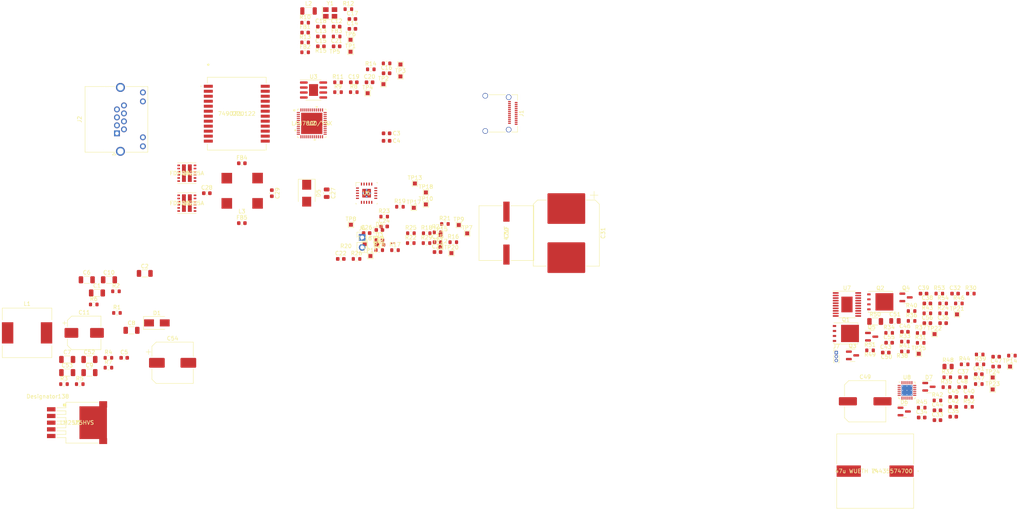
<source format=kicad_pcb>
(kicad_pcb (version 20211014) (generator pcbnew)
  (layers (0 "F.Cu" power) (1 "In1.Cu" signal) (2 "In2.Cu" signal) (31 "B.Cu" power) (34 "B.Paste" user) (35 "F.Paste" user) (36 "B.SilkS" user "B.Silkscreen") (37 "F.SilkS" user "F.Silkscreen") (38 "B.Mask" user) (39 "F.Mask" user) (44 "Edge.Cuts" user))
  (net 0 "")
  (net 1 "Earth_Protective")
  (net 2 "GNDPWR")
  (net 3 "Net-(C3-Pad1)")
  (net 4 "/USB_RX1-")
  (net 5 "Net-(C4-Pad1)")
  (net 6 "/USB_RX1+")
  (net 7 "/PoE_48V")
  (net 8 "/MCT0")
  (net 9 "/MCT1")
  (net 10 "/MCT2")
  (net 11 "/MCT3")
  (net 12 "/3V3")
  (net 13 "/LAN7800 Sub-system/1V2")
  (net 14 "Net-(C17-Pad1)")
  (net 15 "Net-(C18-Pad1)")
  (net 16 "Net-(C19-Pad1)")
  (net 17 "/LAN7800 Sub-system/2V5")
  (net 18 "/TCTA")
  (net 19 "Net-(C22-Pad2)")
  (net 20 "Net-(C23-Pad1)")
  (net 21 "/TCTB")
  (net 22 "Net-(C24-Pad2)")
  (net 23 "/TCTC")
  (net 24 "Net-(C25-Pad2)")
  (net 25 "/TCTD")
  (net 26 "Net-(C26-Pad2)")
  (net 27 "/TPS2372 Sub System/PoE_IN_N")
  (net 28 "Net-(C28-Pad1)")
  (net 29 "Net-(C28-Pad2)")
  (net 30 "Net-(C36-Pad2)")
  (net 31 "Net-(C37-Pad2)")
  (net 32 "Net-(C39-Pad2)")
  (net 33 "Net-(C40-Pad1)")
  (net 34 "/LM5116 DCDC & USB PD/FEEDBACK")
  (net 35 "Net-(C42-Pad2)")
  (net 36 "Net-(C43-Pad2)")
  (net 37 "Net-(C44-Pad2)")
  (net 38 "VDC")
  (net 39 "/LM5116 DCDC & USB PD/SW")
  (net 40 "Net-(C46-Pad2)")
  (net 41 "Net-(C47-Pad2)")
  (net 42 "Net-(C48-Pad2)")
  (net 43 "/USB_VBUS")
  (net 44 "Net-(D1-Pad1)")
  (net 45 "Net-(D2-Pad1)")
  (net 46 "Net-(D2-Pad2)")
  (net 47 "Net-(D3-Pad1)")
  (net 48 "Net-(D3-Pad2)")
  (net 49 "Net-(D4-Pad1)")
  (net 50 "Net-(D4-Pad2)")
  (net 51 "Net-(FB1-Pad1)")
  (net 52 "Net-(FB2-Pad1)")
  (net 53 "Net-(FB3-Pad1)")
  (net 54 "/USB_TX1+")
  (net 55 "/USB_TX1-")
  (net 56 "/USB_CC1")
  (net 57 "Net-(J1-PadA6)")
  (net 58 "Net-(J1-PadA7)")
  (net 59 "/USB_SBU1")
  (net 64 "/USB_CC2")
  (net 67 "/USB_SBU2")
  (net 68 "/RJ45_DA+")
  (net 69 "/RJ45_DA-")
  (net 70 "/RJ45_DB+")
  (net 71 "/RJ45_DC+")
  (net 72 "/RJ45_DC-")
  (net 73 "/RJ45_DB-")
  (net 74 "/RJ45_DD+")
  (net 75 "/RJ45_DD-")
  (net 76 "Net-(J6-Pad1)")
  (net 77 "/LM5116 DCDC & USB PD/SCL")
  (net 78 "/LM5116 DCDC & USB PD/SDA")
  (net 79 "Net-(L2-Pad2)")
  (net 80 "Net-(Q1-Pad4)")
  (net 81 "/LM5116 DCDC & USB PD/CS")
  (net 82 "Net-(Q2-Pad4)")
  (net 83 "Net-(Q3-Pad1)")
  (net 84 "Net-(Q3-Pad2)")
  (net 85 "Net-(Q4-Pad1)")
  (net 86 "Net-(Q4-Pad2)")
  (net 87 "Net-(J2-Pad10)")
  (net 88 "Net-(J2-Pad12)")
  (net 89 "/USB_D-")
  (net 90 "/USB_D+")
  (net 91 "Net-(R6-Pad2)")
  (net 92 "Net-(R8-Pad2)")
  (net 93 "Net-(R9-Pad2)")
  (net 94 "/LAN7800 Sub-system/EECS")
  (net 95 "Net-(R11-Pad1)")
  (net 96 "Net-(R12-Pad1)")
  (net 97 "Net-(R13-Pad1)")
  (net 98 "Net-(R14-Pad1)")
  (net 99 "Net-(R15-Pad1)")
  (net 100 "Net-(R20-Pad1)")
  (net 101 "Net-(R21-Pad1)")
  (net 102 "Net-(R22-Pad1)")
  (net 103 "Net-(R23-Pad1)")
  (net 104 "Net-(R24-Pad1)")
  (net 105 "Net-(R25-Pad2)")
  (net 106 "Net-(R29-Pad2)")
  (net 107 "Net-(R31-Pad1)")
  (net 108 "Net-(R32-Pad1)")
  (net 109 "Net-(R33-Pad1)")
  (net 110 "Net-(R34-Pad1)")
  (net 111 "Net-(R35-Pad1)")
  (net 112 "Net-(R36-Pad1)")
  (net 113 "Net-(R37-Pad1)")
  (net 114 "Net-(R41-Pad1)")
  (net 115 "Net-(R44-Pad2)")
  (net 116 "Net-(R45-Pad2)")
  (net 117 "Net-(R47-Pad2)")
  (net 118 "Net-(R48-Pad1)")
  (net 119 "Net-(R54-Pad1)")
  (net 120 "Net-(TP6-Pad1)")
  (net 121 "/LM5116 DCDC & USB PD/ABSIDE")
  (net 122 "/MX3-")
  (net 123 "/MX3+")
  (net 124 "/MX2-")
  (net 125 "/MX2+")
  (net 126 "/MX1-")
  (net 127 "/MX1+")
  (net 128 "/MX0-")
  (net 129 "/MX0+")
  (net 130 "/LAN7800 Sub-system/EEDI")
  (net 131 "/LAN7800 Sub-system/EEDO")
  (net 132 "/LAN7800 Sub-system/EECLK")
  (net 133 "/RJ45_LED2")
  (net 134 "/RJ45_LED1")
  (footprint "Diode_SMD:D_0603_1608Metric" (layer "F.Cu") (at 127.71 88.15)
    (fp_text reference "D3")
    (fp_text value "Yellow")
  )
  (footprint "PoE_Devices:LAN7800&slash_Y9X" (layer "F.Cu") (at 110.51 58.42)
    (fp_text reference "U2")
    (fp_text value "LAN7800/Y9X")
  )
  (footprint "Capacitor_SMD:C_0603_1608Metric" (layer "F.Cu") (at 273.665 130.59)
    (fp_text reference "C42")
    (fp_text value "1n")
  )
  (footprint "Capacitor_SMD:C_0603_1608Metric" (layer "F.Cu") (at 271.095 109.29)
    (fp_text reference "C36")
    (fp_text value "1u")
  )
  (footprint "Package_SO:HTSSOP-20-1EP_4.4x6.5mm_P0.65mm_EP2.85x4mm" (layer "F.Cu") (at 246.635 104.53)
    (fp_text reference "U7")
    (fp_text value "LM5116")
  )
  (footprint "Capacitor_SMD:C_0603_1608Metric" (layer "F.Cu") (at 277.675 128.08)
    (fp_text reference "C40")
    (fp_text value "100p")
  )
  (footprint "Capacitor_SMD:C_0805_2012Metric" (layer "F.Cu") (at 114.3 76.2 -90)
    (fp_text reference "C27")
    (fp_text value "0.1uF")
  )
  (footprint "Resistor_SMD:R_0603_1608Metric" (layer "F.Cu") (at 125.53 44.66)
    (fp_text reference "R14")
    (fp_text value "10k")
  )
  (footprint "Inductor_SMD:L_1206_3216Metric" (layer "F.Cu") (at 109.69 29.81)
    (fp_text reference "L2")
    (fp_text value "3.3uH")
  )
  (footprint "PoE_Devices:7490220122" (layer "F.Cu") (at 84.200001 48.972)
    (fp_text reference "TR1")
    (fp_text value "7490220122")
  )
  (footprint "Resistor_SMD:R_0603_1608Metric" (layer "F.Cu") (at 121.9 92.93)
    (fp_text reference "R26")
    (fp_text value "21k")
  )
  (footprint "Capacitor_SMD:C_0603_1608Metric" (layer "F.Cu") (at 112.83 38.81)
    (fp_text reference "C15")
    (fp_text value "22uF")
  )
  (footprint "Resistor_SMD:R_0603_1608Metric" (layer "F.Cu") (at 116.84 36.3)
    (fp_text reference "FB3")
    (fp_text value "120R")
  )
  (footprint "Package_TO_SOT_SMD:SOT-23" (layer "F.Cu") (at 267.485 125.48)
    (fp_text reference "D7")
    (fp_text value "CMPD2003")
  )
  (footprint "Resistor_SMD:R_0603_1608Metric" (layer "F.Cu") (at 265.385 111.8)
    (fp_text reference "R37")
    (fp_text value "3k")
  )
  (footprint "Resistor_SMD:R_0201_0603Metric" (layer "F.Cu") (at 131.2 88.92)
    (fp_text reference "R20")
    (fp_text value "63.4")
  )
  (footprint "Capacitor_SMD:C_1206_3216Metric" (layer "F.Cu") (at 64.66 111.11)
    (fp_text reference "C8")
    (fp_text value "100nF")
  )
  (footprint "Resistor_SMD:R_0603_1608Metric" (layer "F.Cu") (at 271.095 104.27)
    (fp_text reference "R54")
    (fp_text value "10k")
  )
  (footprint "Resistor_SMD:R_0603_1608Metric" (layer "F.Cu") (at 117.19 50.47)
    (fp_text reference "R9")
    (fp_text value "10k")
  )
  (footprint "Diode_SMD:D_0603_1608Metric" (layer "F.Cu") (at 127.97 89.34)
    (fp_text reference "D2")
    (fp_text value "Yellow")
  )
  (footprint "TestPoint:TestPoint_Pad_1.0x1.0mm" (layer "F.Cu") (at 120.37 40.19)
    (fp_text reference "TP1")
    (fp_text value "TestPoint")
  )
  (footprint "Capacitor_SMD:C_0603_1608Metric" (layer "F.Cu") (at 128.93 84.67)
    (fp_text reference "C24")
    (fp_text value "10nF")
  )
  (footprint "Resistor_SMD:R_0603_1608Metric" (layer "F.Cu") (at 135.73 86.39)
    (fp_text reference "R25")
    (fp_text value "24.9k")
  )
  (footprint "Capacitor_SMD:C_1206_3216Metric" (layer "F.Cu") (at 58.93 98.25)
    (fp_text reference "C10")
    (fp_text value "100nF")
  )
  (footprint "Capacitor_SMD:C_0603_1608Metric" (layer "F.Cu") (at 116.84 33.79)
    (fp_text reference "C12")
    (fp_text value "0.1uF")
  )
  (footprint "TestPoint:TestPoint_Pad_1.0x1.0mm" (layer "F.Cu") (at 124.73 50.74)
    (fp_text reference "TP4")
    (fp_text value "TestPoint")
  )
  (footprint "Resistor_SMD:R_0603_1608Metric" (layer "F.Cu") (at 144.38 84.03)
    (fp_text reference "R21")
    (fp_text value "90.9")
  )
  (footprint "Resistor_SMD:R_0603_1608Metric" (layer "F.Cu") (at 135.69 88.9)
    (fp_text reference "R22")
    (fp_text value "49.9k")
  )
  (footprint "Capacitor_SMD:C_0603_1608Metric" (layer "F.Cu") (at 269.655 131.47)
    (fp_text reference "C44")
    (fp_text value "1u")
  )
  (footprint "TestPoint:TestPoint_Pad_1.0x1.0mm" (layer "F.Cu") (at 268.915 112.07)
    (fp_text reference "TP22")
    (fp_text value "TestPoint")
  )
  (footprint "Capacitor_SMD:C_0603_1608Metric" (layer "F.Cu") (at 120.85 31.85)
    (fp_text reference "C17")
    (fp_text value "1uF")
  )
  (footprint "Resistor_SMD:R_0603_1608Metric" (layer "F.Cu") (at 280.175 124.79)
    (fp_text reference "R47")
    (fp_text value "10k")
  )
  (footprint "Resistor_SMD:R_0603_1608Metric" (layer "F.Cu") (at 117.19 47.96)
    (fp_text reference "R11")
    (fp_text value "10k")
  )
  (footprint "Resistor_SMD:R_0603_1608Metric" (layer "F.Cu") (at 276.565 119.77)
    (fp_text reference "R44")
    (fp_text value "100k")
  )
  (footprint "Resistor_SMD:R_0603_1608Metric" (layer "F.Cu") (at 261.375 113.99)
    (fp_text reference "R33")
    (fp_text value "2k")
  )
  (footprint "Resistor_SMD:R_0603_1608Metric" (layer "F.Cu") (at 139.74 86.39)
    (fp_text reference "R18")
    (fp_text value "75.0")
  )
  (footprint "Resistor_SMD:R_0603_1608Metric" (layer "F.Cu") (at 119.82 29.34)
    (fp_text reference "R12")
    (fp_text value "12k")
  )
  (footprint "Resistor_SMD:R_0805_2012Metric" (layer "F.Cu") (at 272.355 120.33)
    (fp_text reference "R48")
    (fp_text value "2.2R")
  )
  (footprint "Capacitor_SMD:C_0603_1608Metric" (layer "F.Cu") (at 261.375 111.48)
    (fp_text reference "C46")
    (fp_text value "100n")
  )
  (footprint "Inductor_SMD:L_12x12mm_H8mm" (layer "F.Cu") (at 38.1 111.76)
    (fp_text reference "L1")
    (fp_text value "330uH")
  )
  (footprint "Crystal:Crystal_SMD_3225-4Pin_3.2x2.5mm" (layer "F.Cu") (at 115.19 30.31)
    (fp_text reference "Y1")
    (fp_text value "25MHz")
  )
  (footprint "Package_TO_SOT_SMD:SOT-23" (layer "F.Cu") (at 248.055 117.49)
    (fp_text reference "Q3")
    (fp_text value "AO3409")
  )
  (footprint "Capacitor_SMD:C_0603_1608Metric" (layer "F.Cu") (at 129.54 60.96 180)
    (fp_text reference "C3")
    (fp_text value "0.1uF")
  )
  (footprint "Capacitor_SMD:C_0603_1608Metric" (layer "F.Cu") (at 284.585 117.83)
    (fp_text reference "C50")
    (fp_text value "100n")
  )
  (footprint "Resistor_SMD:R_0603_1608Metric" (layer "F.Cu") (at 51.5 124.81)
    (fp_text reference "R5")
    (fp_text value "0Ω")
  )
  (footprint "Resistor_SMD:R_0603_1608Metric" (layer "F.Cu") (at 278.145 101.76)
    (fp_text reference "R30")
    (fp_text value "178k")
  )
  (footprint "Resistor_SMD:R_0603_1608Metric" (layer "F.Cu") (at 121.2 50.47)
    (fp_text reference "R8")
    (fp_text value "10k")
  )
  (footprint "Resistor_SMD:R_0603_1608Metric" (layer "F.Cu") (at 47.49 124.81)
    (fp_text reference "R3")
    (fp_text value "330R")
  )
  (footprint "Capacitor_SMD:C_0603_1608Metric" (layer "F.Cu") (at 117.89 92.93)
    (fp_text reference "C22")
    (fp_text value "10nF")
  )
  (footprint "Resistor_SMD:R_0603_1608Metric" (layer "F.Cu") (at 127.67 90.7)
    (fp_text reference "R28")
    (fp_text value "21k")
  )
  (footprint "Capacitor_SMD:C_0603_1608Metric" (layer "F.Cu") (at 62.8 118.11)
    (fp_text reference "C5")
    (fp_text value "0.1nF")
  )
  (footprint "Capacitor_SMD:C_0603_1608Metric" (layer "F.Cu") (at 129.54 62.865 180)
    (fp_text reference "C4")
    (fp_text value "0.1uF")
  )
  (footprint "Connector_PinHeader_2.54mm:PinHeader_1x02_P2.54mm_Vertical" (layer "F.Cu") (at 123.34 87.46)
    (fp_text reference "J6")
    (fp_text value "Conn_01x02")
  )
  (footprint "Resistor_SMD:R_0603_1608Metric" (layer "F.Cu") (at 58.79 118.11)
    (fp_text reference "R4")
    (fp_text value "0Ω")
  )
  (footprint "Capacitor_SMD:C_0603_1608Metric" (layer "F.Cu") (at 116.84 38.81)
    (fp_text reference "C21")
    (fp_text value "1uF")
  )
  (footprint "Resistor_SMD:R_0603_1608Metric" (layer "F.Cu") (at 146.51 88.67)
    (fp_text reference "R16")
    (fp_text value "75.0")
  )
  (footprint "Capacitor_SMD:C_0603_1608Metric" (layer "F.Cu") (at 124.46 86.36)
    (fp_text reference "C26")
    (fp_text value "10nF")
  )
  (footprint "Resistor_SMD:R_0603_1608Metric" (layer "F.Cu") (at 261.375 116.5)
    (fp_text reference "R41")
    (fp_text value "1Meg")
  )
  (footprint "Package_TO_SOT_SMD:SOT-23" (layer "F.Cu") (at 252.915 112.73)
    (fp_text reference "Q5")
    (fp_text value "AO3401A")
  )
  (footprint "Diode_SMD:D_SMB" (layer "F.Cu") (at 109.22 76.2 -90)
    (fp_text reference "D5")
    (fp_text value "58V")
  )
  (footprint "Resistor_SMD:R_0603_1608Metric" (layer "F.Cu") (at 270.125 101.76)
    (fp_text reference "R53")
    (fp_text value "10k")
  )
  (footprint "Capacitor_SMD:C_0805_2012Metric" (layer "F.Cu") (at 258.845 108.72)
    (fp_text reference "C51")
    (fp_text value "10u")
  )
  (footprint "Capacitor_SMD:C_0603_1608Metric" (layer "F.Cu") (at 284.585 120.34)
    (fp_text reference "C47")
    (fp_text value "1u")
  )
  (footprint "Connector_RJ:RJ45_Amphenol_RJHSE538X" (layer "F.Cu") (at 60.96 60.96 90)
    (fp_text reference "J2")
    (fp_text value "RJ45_LED_Shielded")
  )
  (footprint "Capacitor_SMD:C_0603_1608Metric" (layer "F.Cu") (at 257.365 114.27)
    (fp_text reference "C55")
    (fp_text value "100p")
  )
  (footprint "Connector_USB:USB_C_Receptacle_Amphenol_12401610E4-2A_CircularHoles" (layer "F.Cu") (at 157.48 55.88 -90)
    (fp_text reference "J1")
    (fp_text value "USB_C_Receptacle")
  )
  (footprint "Capacitor_SMD:C_1206_3216Metric" (layer "F.Cu") (at 55.88 101.6)
    (fp_text reference "C1")
    (fp_text value "1nF")
  )
  (footprint "TestPoint:TestPoint_Pad_1.0x1.0mm" (layer "F.Cu") (at 120.37 37.14)
    (fp_text reference "TP6")
    (fp_text value "TestPoint_Small")
  )
  (footprint "Capacitor_SMD:C_0603_1608Metric" (layer "F.Cu") (at 121.2 47.96)
    (fp_text reference "C19")
    (fp_text value "16pF")
  )
  (footprint "TestPoint:TestPoint_Pad_1.0x1.0mm" (layer "F.Cu") (at 133.07 43.42)
    (fp_text reference "TP5")
    (fp_text value "TestPoint")
  )
  (footprint "Resistor_SMD:R_0603_1608Metric" (layer "F.Cu") (at 108.82 40.32)
    (fp_text reference "FB2")
    (fp_text value "120R")
  )
  (footprint "Diode_SMD:D_SMA" (layer "F.Cu") (at 71.12 109.22)
    (fp_text reference "D1")
    (fp_text value "60V 1A")
  )
  (footprint "TestPoint:TestPoint_Pad_1.0x1.0mm" (layer "F.Cu") (at 288.115 120.33)
    (fp_text reference "TP14")
    (fp_text value "TestPoint")
  )
  (footprint "Capacitor_SMD:C_0603_1608Metric" (layer "F.Cu") (at 83.82 76.2)
    (fp_text reference "C28")
    (fp_text value "1nF")
  )
  (footprint "Capacitor_SMD:CP_Elec_16x17.5" (layer "F.Cu") (at 175.26 86.36 -90)
    (fp_text reference "C31")
    (fp_text value "100uF")
  )
  (footprint "Resistor_SMD:R_0603_1608Metric" (layer "F.Cu") (at 271.935 125.57)
    (fp_text reference "R35")
    (fp_text value "2k")
  )
  (footprint "Capacitor_SMD:C_0603_1608Metric" (layer "F.Cu") (at 267.085 104.27)
    (fp_text reference "C38")
    (fp_text value "100n")
  )
  (footprint "Resistor_SMD:R_0603_1608Metric" (layer "F.Cu") (at 271.095 106.78)
    (fp_text reference "R24")
    (fp_text value "10k")
  )
  (footprint "Connector_PinHeader_1.00mm:PinHeader_1x03_P1.00mm_Vertical" (layer "F.Cu") (at 243.935 116.79)
    (fp_text reference "J7")
    (fp_text value "Conn_01x03_Male")
  )
  (footprint "Package_TO_SOT_SMD:TDSON-8-1" (layer "F.Cu") (at 255.115 103.86)
    (fp_text reference "Q2")
    (fp_text value "BSC118N10NSG")
  )
  (footprint "Resistor_SMD:R_0603_1608Metric" (layer "F.Cu") (at 263.075 106.21)
    (fp_text reference "R40")
    (fp_text value "3.16k")
  )
  (footprint "TestPoint:TestPoint_Pad_1.0x1.0mm" (layer "F.Cu") (at 143.23 89.86)
    (fp_text reference "TP12")
    (fp_text value "PAIR45")
  )
  (footprint "PoE_Devices:EEV-TG2A470Q" (layer "F.Cu") (at 160.02 86.36 -90)
    (fp_text reference "C30")
    (fp_text value "47uF")
  )
  (footprint "Package_TO_SOT_SMD:SOT-23" (layer "F.Cu") (at 261.665 102.73)
    (fp_text reference "Q4")
    (fp_text value "AO3401A")
  )
  (footprint "Inductor_SMD:L_0603_1608Metric" (layer "F.Cu") (at 108.82 35.3)
    (fp_text reference "FB1")
    (fp_text value "120R")
  )
  (footprint "TestPoint:TestPoint_Pad_1.0x1.0mm" (layer "F.Cu") (at 123.98 89.14)
    (fp_text reference "TP16")
    (fp_text value "TestPoint")
  )
  (footprint "Capacitor_SMD:C_0603_1608Metric" (layer "F.Cu") (at 280.175 122.28)
    (fp_text reference "C41")
    (fp_text value "1u")
  )
  (footprint "Capacitor_SMD:CP_Elec_8x10" (layer "F.Cu") (at 52.63 111.76)
    (fp_text reference "C11")
    (fp_text value "330uF")
  )
  (footprint "Capacitor_SMD:C_0603_1608Metric" (layer "F.Cu") (at 273.665 128.08)
    (fp_text reference "C45")
    (fp_text value "1u")
  )
  (footprint "Resistor_SMD:R_0603_1608Metric" (layer "F.Cu") (at 60.71 101.18)
    (fp_text reference "R2")
    (fp_text value "330")
  )
  (footprint "Capacitor_SMD:C_0603_1608Metric" (layer "F.Cu") (at 265.645 133.31)
    (fp_text reference "C34")
    (fp_text value "2.2u")
  )
  (footprint "Capacitor_SMD:C_0603_1608Metric" (layer "F.Cu") (at 276.165 123.06)
    (fp_text reference "C37")
    (fp_text value "33n")
  )
  (footprint "Capacitor_SMD:C_0603_1608Metric" (layer "F.Cu") (at 142.5 91.18)
    (fp_text reference "C23")
    (fp_text value "1nF")
  )
  (footprint "Capacitor_SMD:C_1206_3216Metric" (layer "F.Cu") (at 48.31 118.53)
    (fp_text reference "C7")
    (fp_text value "100nF")
  )
  (footprint "TestPoint:TestPoint_Pad_1.0x1.0mm" (layer "F.Cu") (at 120.47 84.22)
    (fp_text reference "TP8")
    (fp_text value "EARTH")
  )
  (footprint "Resistor_SMD:R_0603_1608Metric" (layer "F.Cu") (at 55.06 104.53)
    (fp_text reference "R6")
    (fp_text value "3.4k")
  )
  (footprint "Resistor_SMD:R_0603_1608Metric" (layer "F.Cu") (at 272.155 123.06)
    (fp_text reference "R32")
    (fp_text value "2.2k")
  )
  (footprint "TestPoint:TestPoint_Pad_1.0x1.0mm" (layer "F.Cu") (at 127.03 89.14)
    (fp_text reference "TP19")
    (fp_text value "TestPoint")
  )
  (footprint "Capacitor_SMD:C_0603_1608Metric" (layer "F.Cu") (at 112.83 33.79)
    (fp_text reference "C18")
    (fp_text value "16pF")
  )
  (footprint "Package_SO:SOIC-8-1EP_3.9x4.9mm_P1.27mm_EP2.29x3mm" (layer "F.Cu") (at 110.96 49.93)
    (fp_text reference "U3")
    (fp_text value "93AA66C")
  )
  (footprint "Resistor_SMD:R_0603_1608Metric" (layer "F.Cu") (at 128.93 82.16)
    (fp_text reference "R23")
    (fp_text value "0")
  )
  (footprint "Resistor_SMD:R_1206_3216Metric" (layer "F.Cu") (at 68.03 96.62)
    (fp_text reference "C2")
    (fp_text value "1nF")
  )
  (footprint "Resistor_SMD:R_0603_1608Metric" (layer "F.Cu") (at 277.675 130.59)
    (fp_text reference "R52")
    (fp_text value "10k")
  )
  (footprint "TestPoint:TestPoint_Pad_1.0x1.0mm" (layer "F.Cu") (at 139.54 76.01)
    (fp_text reference "TP18")
    (fp_text value "RTN")
  )
  (footprint "Capacitor_SMD:C_1206_3216Metric" (layer "F.Cu") (at 53.28 98.25)
    (fp_text reference "C6")
    (fp_text value "4.7uF")
  )
  (footprint "Capacitor_SMD:C_0603_1608Metric" (layer "F.Cu") (at 100.35 76.2 -90)
    (fp_text reference "C29")
    (fp_text value "1nF")
  )
  (footprint "Inductor_SMD:L_0603_1608Metric" (layer "F.Cu") (at 92.73 83.82)
    (fp_text reference "FB5")
    (fp_text value "300ohm@100MHz")
  )
  (footprint "TestPoint:TestPoint_Pad_1.0x1.0mm" (layer "F.Cu") (at 125.43 92.19)
    (fp_text reference "TP11")
    (fp_text value "VSSA")
  )
  (footprint "PoE_Devices:FDMQ8205A" (layer "F.Cu") (at 78.74 71.12)
    (fp_text reference "U4")
    (fp_text value "FDMQ8205A")
  )
  (footprint "TestPoint:TestPoint_Pad_1.0x1.0mm" (layer "F.Cu") (at 283.705 126.17)
    (fp_text reference "TP23")
    (fp_text value "TestPoint")
  )
  (footprint "PoE_Devices:FDMQ8205A" (layer "F.Cu") (at 78.74 78.74)
    (fp_text reference "U5")
    (fp_text value "FDMQ8205A")
  )
  (footprint "PoE_Devices:74435574700" (layer "F.Cu") (at 253.815 146.96 180)
    (fp_text reference "L4")
    (fp_text value "47u WUETH 74435574700 ")
  )
  (footprint "Diode_SMD:D_0603_1608Metric" (layer "F.Cu") (at 127.71 85.56)
    (fp_text reference "D4")
    (fp_text value "Yellow")
  )
  (footprint "Capacitor_SMD:C_0603_1608Metric" (layer "F.Cu") (at 267.085 109.29)
    (fp_text reference "C56")
    (fp_text value "1u")
  )
  (footprint "PoE_Devices:LM2575HVS-12" (layer "F.Cu") (at 50.8 134.62)
    (fp_text reference "U1")
    (fp_text value "LM2575HVS")
  )
  (footprint "Resistor_SMD:R_0603_1608Metric" (layer "F.Cu") (at 280.395 117.26)
    (fp_text reference "R49")
    (fp_text value "1.5k")
  )
  (footprint "Resistor_SMD:R_0603_1608Metric" (layer "F.Cu") (at 142.5 86.16)
    (fp_text reference "R27")
    (fp_text value "21k")
  )
  (footprint "Capacitor_SMD:C_1206_3216Metric" (layer "F.Cu") (at 53.96 121.88)
    (fp_text reference "C9")
    (fp_text value "100nF")
  )
  (footprint "TestPoint:TestPoint_Pad_1.0x1.0mm" (layer "F.Cu") (at 147.91 84.3)
    (fp_text reference "TP9")
    (fp_text value "PAIR36")
  )
  (footprint "Capacitor_SMD:C_0603_1608Metric" (layer "F.Cu") (at 125.21 47.96)
    (fp_text reference "C20")
    (fp_text value "1uF")
  )
  (footprint "Resistor_SMD:R_0603_1608Metric" (layer "F.Cu") (at 131.68 90.7)
    (fp_text reference "R17")
    (fp_text value "75.0")
  )
  (footprint "TestPoint:TestPoint_Pad_1.0x1.0mm" (layer "F.Cu") (at 136.74 73.73)
    (fp_text reference "TP13")
    (fp_text value "PAIR78")
  )
  (footprint "Resistor_SMD:R_0603_1608Metric" (layer "F.Cu") (at 108.82 37.81)
    (fp_text reference "R13")
    (fp_text value "10k")
  )
  (footprint "Capacitor_SMD:C_Elec_10x10.2" (layer "F.Cu") (at 251.275 129.18)
    (fp_text reference "C49")
    (fp_text value "330u")
  )
  (footprint "Capacitor_SMD:C_0603_1608Metric" (layer "F.Cu") (at 112.83 36.3)
    (fp_text reference "C13")
    (fp_text value "10uF")
  )
  (footprint "Resistor_SMD:R_0603_1608Metric" (layer "F.Cu") (at 129.54 43.15)
    (fp_text reference "R15")
    (fp_text value "2k")
  )
  (footprint "Package_TO_SOT_SMD:SOT-23" (layer "F.Cu") (at 261.195 131.77)
    (fp_text reference "D6")
    (fp_text value "CMPD2003")
  )
  (footprint "TestPoint:TestPoint_Pad_1.0x1.0mm" (layer "F.Cu") (at 139.54 79.06)
    (fp_text reference "TP10")
    (fp_text value "+48 Test 1")
  )
  (footprint "TestPoint:TestPoint_Pad_1.0x1.0mm" (layer "F.Cu") (at 143.27 86.81)
    (fp_text reference "TP15")
    (fp_text value "TestPoint")
  )
  (footprint "TestPoint:TestPoint_Pad_1.0x1.0mm" (layer "F.Cu") (at 264.905 117.09)
    (fp_text reference "TP25")
    (fp_text value "TestPoint")
  )
  (footprint "Resistor_SMD:R_0603_1608Metric" (layer "F.Cu") (at 275.105 104.27)
    (fp_text reference "R46")
    (fp_text value "4.7k")
  )
  (footprint "Capacitor_SMD:C_0603_1608Metric" (layer "F.Cu") (at 256.515 116.78)
    (fp_text reference "C43")
    (fp_text value "1u")
  )
  (footprint "TestPoint:TestPoint_Pad_1.0x1.0mm" (layer "F.Cu") (at 150.04 86.43)
    (fp_text reference "TP7")
    (fp_text value "PAIR12")
  )
  (footprint "Capacitor_SMD:C_0603_1608Metric" (layer "F.Cu") (at 266.115 101.76)
    (fp_text reference "C39")
    (fp_text value "680p")
  )
  (footprint "Resistor_SMD:R_0603_1608Metric" (layer "F.Cu") (at 265.385 114.31)
    (fp_text reference "R31")
    (fp_text value "11.5k")
  )
  (footprint "TestPoint:TestPoint_Pad_1.0x1.0mm" (layer "F.Cu") (at 136.47 79.92)
    (fp_text reference "TP17")
    (fp_text value "TestPoint")
  )
  (footprint "Resistor_SMD:R_0603_1608Metric" (layer "F.Cu") (at 132.94 79.65)
    (fp_text reference "R19")
    (fp_text value "75.0")
  )
  (footprint "Capacitor_SMD:C_0603_1608Metric" (layer "F.Cu") (at 120.85 34.36)
    (fp_text reference "C14")
    (fp_text value "0.1uF")
  )
  (footprint "Resistor_SMD:R_0603_1608Metric" (layer "F.Cu") (at 265.645 130.8)
    (fp_text reference "R45")
    (fp_text value "5.36k")
  )
  (footprint "PoE_Devices:TPS2372-3RGWR" (layer "F.Cu") (at 124.46 76.2)
    (fp_text reference "U6")
    (fp_text value "TPS2372-4RGWR" hide)
  )
  (footprint "Capacitor_SMD:C_1206_3216Metric" (layer "F.Cu") (at 53.96 118.53)
    (fp_text reference "C52")
    (fp_text value "4.7uF")
  )
  (footprint "Resistor_SMD:R_0603_1608Metric" (layer "F.Cu") (at 269.655 128.96)
    (fp_text reference "R42")
    (fp_text value "4.7k")
  )
  (footprint "Package_TO_SOT_SMD:TDSON-8-1" (layer "F.Cu") (at 246.365 111.91)
    (fp_text reference "Q1")
    (fp_text value "BSC118N10NSG")
  )
  (footprint "Capacitor_SMD:C_0603_1608Metric" (layer "F.Cu") (at 274.135 101.76)
    (fp_text reference "C32")
    (fp_text value "2.2u")
  )
  (footprint "Resistor_SMD:R_0603_1608Metric" (layer "F.Cu") (at 139.7 88.9)
    (fp_text reference "R29")
    (fp_text value "49.9k")
  )
  (footprint "Resistor_SMD:R_1206_3216Metric" (layer "F.Cu") (at 253.815 108.86)
    (fp_text reference "R50")
    (fp_text value "22m")
  )
  (footprint "Resistor_SMD:R_0603_1608Metric" (layer "F.Cu") (at 108.82 32.79)
    (fp_text reference "R10")
    (fp_text value "10k")
  )
  (footprint "Capacitor_SMD:C_0603_1608Metric" (layer "F.Cu") (at 273.665 133.1)
    (fp_text reference "C35")
    (fp_text value "2.2u")
  )
  (footprint "TestPoint:TestPoint_Pad_1.0x1.0mm" (layer "F.Cu") (at 283.705 123.12)
    (fp_text reference "TP24")
    (fp_text value "TestPoint")
  )
  (footprint "TestPoint:TestPoint_Pad_1.0x1.0mm" (layer "F.Cu") (at 128.74 48.44)
    (fp_text reference "TP2")
    (fp_text value "TestPoint")
  )
  (footprint "Resistor_SMD:R_0603_1608Metric" (layer "F.Cu") (at 288.595 117.55)
    (fp_text reference "R38")
    (fp_text value "30k")
  )
  (footprint "Capacitor_SMD:C_0603_1608Metric" (layer "F.Cu") (at 142.5 88.67)
    (fp_text reference "C25")
    (fp_text value "10nF")
  )
  (footprint "Resistor_SMD:R_0603_1608Metric" (layer "F.Cu") (at 263.075 108.72)
    (fp_text reference "R36")
    (fp_text value "4.7k")
  )
  (footprint "TestPoint:TestPoint_Pad_1.0x1.0mm" (layer "F.Cu") (at 146.03 91.45)
    (fp_text reference "TP20")
    (fp_text value "+48 Test 2")
  )
  (footprint "Resistor_SMD:R_0603_1608Metric" (layer "F.Cu") (at 267.085 106.78)
    (fp_text reference "R43")
    (fp_text value "230k")
  )
  (footprint "TestPoint:TestPoint_Pad_1.0x1.0mm" (layer "F.Cu") (at 274.625 107.05)
    (fp_text reference "TP21")
    (fp_text value "TestPoint")
  )
  (footprint "Capacitor_SMD:C_1206_3216Metric" (layer "F.Cu") (at 48.31 121.88)
    (fp_text reference "C53")
    (fp_text value "4.7uF")
  )
  (footprint "Resistor_SMD:R_0603_1608Metric" (layer "F.Cu") (at 280.575 119.77)
    (fp_text reference "R39")
    (fp_text value "63.4k")
  )
  (footprint "Capacitor_SMD:C_0603_1608Metric" (layer "F.Cu") (at 129.54 45.66)
    (fp_text reference "C16")
    (fp_text value "0.1uF")
  )
  (footprint "Resistor_SMD:R_0603_1608Metric" (layer "F.Cu") (at 252.505 116.21)
    (fp_text reference "R51")
    (fp_text value "?")
  )
  (footprint "Resistor_SMD:R_0603_1608Metric" (layer "F.Cu") (at 257.365 111.76)
    (fp_text reference "R34")
    (fp_text value "2.3k")
  )
  (footprint "Capacitor_SMD:C_0603_1608Metric" (layer "F.Cu") (at 275.945 125.57)
    (fp_text reference "C48")
    (fp_text value "?")
  )
  (footprint "PoE_Devices:744272251" (layer "F.Cu") (at 92.73 76.2)
    (fp_text reference "L3")
    (fp_text value "L_Coupled_1243")
  )
  (footprint "Capacitor_SMD:C_0603_1608Metric" (layer "F.Cu") (at 269.655 133.98)
    (fp_text reference "C33")
    (fp_text value "2.2u")
  )
  (footprint "Package_DFN_QFN:QFN-24-1EP_4x4mm_P0.5mm_EP2.7x2.7mm_ThermalVias" (layer "F.Cu") (at 261.895 126.4)
    (fp_text reference "U8")
    (fp_text value "STUSB4700")
  )
  (footprint "Inductor_SMD:L_0603_1608Metric" (layer "F.Cu") (at 92.73 68.58)
    (fp_text reference "FB4")
    (fp_text value "300ohm@100MHz")
  )
  (footprint "TestPoint:TestPoint_Pad_1.0x1.0mm" (layer "F.Cu") (at 133.07 46.47)
    (fp_text reference "TP3")
    (fp_text value "TestPoint")
  )
  (footprint "Resistor_SMD:R_0603_1608Metric" (layer "F.Cu") (at 58.79 120.62)
    (fp_text reference "R7")
    (fp_text value "2k")
  )
  (footprint "Resistor_SMD:R_0603_1608Metric" (layer "F.Cu") (at 60.96 106.68)
    (fp_text reference "R1")
    (fp_text value "330")
  )
  (footprint "Capacitor_SMD:CP_Elec_10x10" (layer "F.Cu") (at 75.12 119.38)
    (fp_text reference "C54")
    (fp_text value "100uF")
  )
)
</source>
